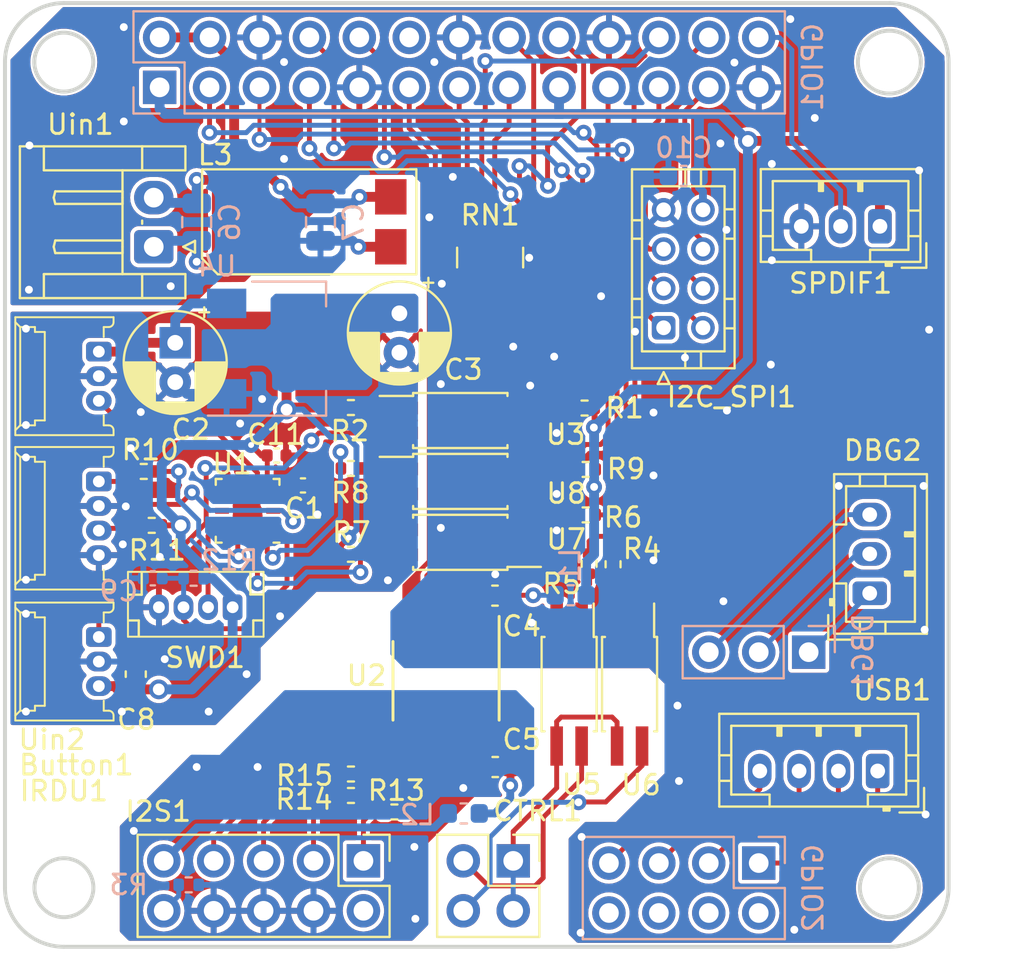
<source format=kicad_pcb>
(kicad_pcb (version 20240108) (generator "pcbnew") (generator_version "8.0")
  (layers (0 "F.Cu" signal) (31 "B.Cu" signal) (34 "B.Paste" user) (35 "F.Paste" user) (36 "B.SilkS" user "B.Silkscreen") (37 "F.SilkS" user "F.Silkscreen") (38 "B.Mask" user) (39 "F.Mask" user) (44 "Edge.Cuts" user))
  (net 0 "")
  (net 1 "Net-(U1-VCAP)")
  (net 2 "GNDD")
  (net 4 "RESET")
  (net 5 "BUTTON")
  (net 6 "VDD")
  (net 7 "RELAY_ON")
  (net 8 "LED_OUT")
  (net 9 "IRDU_IN")
  (net 11 "SWIM")
  (net 16 "POWER_OFF")
  (net 20 "POWER_EN")
  (net 23 "I2C_SDA")
  (net 24 "I2C_SCL")
  (net 25 "IR-RX")
  (net 26 "I2S_MSEL")
  (net 27 "I2S-MCLK")
  (net 28 "I2S-SDI")
  (net 29 "I2S-LRCK")
  (net 30 "I2S-SCLK")
  (net 31 "POWER_IND")
  (net 32 "SIGNAL_OFF")
  (net 33 "SPI_TXD")
  (net 34 "SPI_RXD")
  (net 35 "I2S-SDO")
  (net 36 "SPI_CLK")
  (net 37 "SPI_CS")
  (net 38 "SPDIF")
  (net 39 "Net-(U4-VI)")
  (net 40 "Net-(U2-VDD1)")
  (net 41 "OTG_5V")
  (net 42 "OTG_DM")
  (net 43 "OTG_DP")
  (net 44 "OTG_GND")
  (net 45 "+3.3V")
  (net 46 "+5VD")
  (net 47 "GND")
  (net 48 "Net-(U2-VDD2)")
  (net 49 "Net-(I2S1-Pin_10)")
  (net 50 "Net-(CTRL1-Pin_1)")
  (net 51 "/BCLK")
  (net 53 "/DATA")
  (net 54 "/LRCLK")
  (net 55 "/MCLK")
  (net 56 "/Vext")
  (net 57 "Net-(RN1-R1.1)")
  (net 58 "Net-(RN1-R2.1)")
  (net 59 "Net-(RN1-R3.1)")
  (net 60 "Net-(RN1-R4.1)")
  (net 61 "Net-(Uin1-Pin_2)")
  (net 62 "Net-(Uin1-Pin_1)")
  (net 63 "Net-(R2-Pad2)")
  (net 64 "Net-(CTRL1-Pin_3)")
  (net 65 "Net-(CTRL1-Pin_4)")
  (net 66 "I2S_MUTE")
  (net 67 "Net-(R4-Pad2)")
  (net 68 "Net-(R5-Pad2)")
  (net 69 "Net-(R6-Pad2)")
  (net 70 "Net-(R8-Pad1)")
  (net 71 "Net-(Button1-Pin_1)")
  (net 72 "Net-(GPIO2-Pin_1)")
  (net 73 "Net-(GPIO2-Pin_3)")
  (net 74 "Net-(GPIO2-Pin_5)")
  (net 75 "Net-(GPIO2-Pin_7)")
  (net 76 "Net-(DBG1-Pin_1)")
  (net 77 "Net-(DBG1-Pin_2)")
  (net 78 "Net-(DBG1-Pin_3)")
  (net 79 "/I2S_GND")
  (net 80 "Net-(U2-OUTA)")
  (net 81 "Net-(U2-OUTB)")
  (net 82 "Net-(U2-OUTC)")
  (footprint "Connector_JST:JST_PHD_B8B-PHDSS_2x04_P2.00mm_Vertical" (layer "F.Cu") (at 149.892 84.6384 90)
    (property "Reference" "I2C_SPI1")
    (property "Value" "Conn_02x04_Odd_Even" (hide yes))
  )
  (footprint "neo3-library:JST_GH_1x04_P1.25mm_Vertical" (layer "F.Cu") (at 127.9652 98.8568 180)
    (property "Reference" "SWD1")
    (property "Value" "Conn_01x04_Pin" (hide yes))
  )
  (footprint "Resistor_SMD:R_0402_1005Metric" (layer "F.Cu") (at 133.985 108.4326 180)
    (property "Reference" "R14")
    (property "Value" "75" (hide yes))
  )
  (footprint "Capacitor_SMD:C_0402_1005Metric" (layer "F.Cu") (at 130.2004 91.1352 180)
    (property "Reference" "C11")
    (property "Value" "1uF" (hide yes))
  )
  (footprint "Resistor_SMD:R_0402_1005Metric" (layer "F.Cu") (at 133.983 91.7956 180)
    (property "Reference" "R8")
    (property "Value" "1K" (hide yes))
  )
  (footprint "Package_SO:SO-4_4.4x2.3mm_P1.27mm" (layer "F.Cu") (at 145.0848 102.768 -90)
    (property "Reference" "U5")
    (property "Value" "PS2801-1" (hide yes))
  )
  (footprint "Package_SO:SO-4_4.4x2.3mm_P1.27mm" (layer "F.Cu") (at 148.1582 102.768 -90)
    (property "Reference" "U6")
    (property "Value" "PS2801-1" (hide yes))
  )
  (footprint "Resistor_SMD:R_0402_1005Metric" (layer "F.Cu") (at 123.444 91.948)
    (property "Reference" "R10")
    (property "Value" "1K" (hide yes))
  )
  (footprint "Resistor_SMD:R_0402_1005Metric" (layer "F.Cu") (at 136.1948 109.2708 180)
    (property "Reference" "R13")
    (property "Value" "75" (hide yes))
  )
  (footprint "Connector_PinHeader_2.54mm:PinHeader_2x05_P2.54mm_Vertical" (layer "F.Cu") (at 134.62 111.76 -90)
    (property "Reference" "I2S1")
    (property "Value" "Conn_02x05_Odd_Even" (hide yes))
  )
  (footprint "Resistor_SMD:R_0402_1005Metric" (layer "F.Cu") (at 145.925 91.8464 180)
    (property "Reference" "R9")
    (property "Value" "1K" (hide yes))
  )
  (footprint "Capacitor_THT:CP_Radial_D5.0mm_P2.00mm" (layer "F.Cu") (at 125.044544 85.403856 -90)
    (property "Reference" "C2")
    (property "Value" "10uF 16V" (hide yes))
  )
  (footprint "neo3-library:JST_GH_1x04_P1.25mm_Horizontal" (layer "F.Cu") (at 121.158 92.456 -90)
    (property "Reference" "Button1")
    (property "Value" "Conn_01x04_Pin" (hide yes))
  )
  (footprint "neo3-library:JST_GH_1x03_P1.25mm_Horizontal" (layer "F.Cu") (at 121.158 85.852 -90)
    (property "Reference" "Uin2")
    (property "Value" "Conn_01x03_Pin" (hide yes))
  )
  (footprint "Resistor_SMD:R_0402_1005Metric" (layer "F.Cu") (at 133.983 88.6968)
    (property "Reference" "R2")
    (property "Value" "1K" (hide yes))
  )
  (footprint "Connector_JST:JST_PH_B3B-PH-K_1x03_P2.00mm_Vertical" (layer "F.Cu") (at 160.8958 79.4766 180)
    (property "Reference" "SPDIF1")
    (property "Value" "Conn_01x03" (hide yes))
  )
  (footprint "Connector_JST:JST_EH_S2B-EH_1x02_P2.50mm_Horizontal" (layer "F.Cu") (at 123.952 80.518 90)
    (property "Reference" "Uin1")
    (property "Value" "Conn_01x02_Pin" (hide yes))
  )
  (footprint "Package_SO:SO-4_4.4x2.3mm_P1.27mm" (layer "F.Cu") (at 139.5476 95.5548 180)
    (property "Reference" "U7")
    (property "Value" "PS2801-1" (hide yes))
  )
  (footprint "Resistor_SMD:R_0402_1005Metric" (layer "F.Cu") (at 133.985 107.3404 180)
    (property "Reference" "R15")
    (property "Value" "75" (hide yes))
  )
  (footprint "Resistor_SMD:R_0402_1005Metric" (layer "F.Cu") (at 146.1008 96.645 -90)
    (property "Reference" "R5")
    (property "Value" "1K" (hide yes))
  )
  (footprint "Package_SO:SO-4_4.4x2.3mm_P1.27mm" (layer "F.Cu") (at 139.5468 89.3572)
    (property "Reference" "U3")
    (property "Value" "PS2801-1" (hide yes))
  )
  (footprint "Package_SO:SSOP-16_3.9x4.9mm_P0.635mm" (layer "F.Cu") (at 138.7983 102.5998 -90)
    (property "Reference" "U2")
    (property "Value" "NSI8241S1-DSSR" (hide yes))
  )
  (footprint "Resistor_SMD:R_0402_1005Metric" (layer "F.Cu") (at 123.8504 94.6912)
    (property "Reference" "R11")
    (property "Value" "10K" (hide yes))
  )
  (footprint "Resistor_SMD:R_0402_1005Metric" (layer "F.Cu") (at 147.32 96.6704 -90)
    (property "Reference" "R4")
    (property "Value" "1K" (hide yes))
  )
  (footprint "neo3-library:CPFC74" (layer "F.Cu") (at 131.8612 79.248)
    (property "Reference" "L3")
    (property "Value" "CPFC74" (hide yes))
  )
  (footprint "Package_SO:SO-4_4.4x2.3mm_P1.27mm" (layer "F.Cu") (at 139.548 92.456)
    (property "Reference" "U8")
    (property "Value" "PS2801-1" (hide yes))
  )
  (footprint "Capacitor_SMD:C_0603_1608Metric" (layer "F.Cu") (at 141.3256 106.9848 180)
    (property "Reference" "C5")
    (property "Value" "1uF" (hide yes))
  )
  (footprint "Capacitor_THT:CP_Radial_D5.0mm_P2.00mm" (layer "F.Cu") (at 136.4488 83.9028 -90)
    (property "Reference" "C3")
    (property "Value" "10uF 10V" (hide yes))
  )
  (footprint "Capacitor_SMD:C_0603_1608Metric" (layer "F.Cu") (at 141.3126 98.2656 180)
    (property "Reference" "C4")
    (property "Value" "1uF" (hide yes))
  )
  (footprint "Connector_JST:JST_PH_B3B-PH-K_1x03_P2.00mm_Vertical" (layer "F.Cu") (at 160.3756 98.1456 90)
    (property "Reference" "DBG2")
    (property "Value" "Conn_01x03_Pin" (hide yes))
  )
  (footprint "Capacitor_SMD:C_0402_1005Metric" (layer "F.Cu") (at 131.544 92.6592)
    (property "Reference" "C1")
    (property "Value" "1uF" (hide yes))
  )
  (footprint "Resistor_SMD:R_0402_1005Metric" (layer "F.Cu") (at 133.983 96.1644)
    (property "Reference" "R7")
    (property "Value" "1K" (hide yes))
  )
  (footprint "Resistor_SMD:R_0402_1005Metric" (layer "F.Cu") (at 145.8702 88.7222 180)
    (property "Reference" "R1")
    (property "Value" "1K" (hide yes))
  )
  (footprint "Connector_PinHeader_2.54mm:PinHeader_2x02_P2.54mm_Vertical" (layer "F.Cu") (at 142.24 111.76 -90)
    (property "Reference" "CTRL1")
    (property "Value" "Conn_02x02_Odd_Even" (hide yes))
  )
  (footprint "Resistor_SMD:R_0402_1005Metric" (layer "F.Cu") (at 145.925 94.1578 180)
    (property "Reference" "R6")
    (property "Value" "1K" (hide yes))
  )
  (footprint "Capacitor_SMD:C_0603_1608Metric" (layer "F.Cu") (at 123.0376 102.2604 90)
    (property "Reference" "C8")
    (property "Value" "1uF" (hide yes))
  )
  (footprint "Package_DFN_QFN:ST_UFQFPN-20_3x3mm_P0.5mm" (layer "F.Cu") (at 128.7272 93.95 180)
    (property "Reference" "U1")
    (property "Value" "STM8S003F3U" (hide yes))
  )
  (footprint "Resistor_SMD:R_Array_Convex_4x0603" (layer "F.Cu") (at 141.0654 81.0658 90)
    (property "Reference" "RN1")
    (property "Value" "R_Pack04" (hide yes))
  )
  (footprint "Connector_JST:JST_PH_B4B-PH-K_1x04_P2.00mm_Vertical" (layer "F.Cu") (at 160.782 107.188 180)
    (property "Reference" "USB1")
    (property "Value" "Conn_01x04_Pin" (hide yes))
  )
  (footprint "neo3-library:JST_GH_1x03_P1.25mm_Horizontal" (layer "F.Cu") (at 121.158 100.37 -90)
    (property "Reference" "IRDU1")
    (property "Value" "Conn_01x03_Pin" (hide yes))
  )
  (footprint "Package_TO_SOT_SMD:SOT-223-3_TabPin2" (layer "B.Cu") (at 130.81 85.6996)
    (property "Reference" "U4")
    (property "Value" "AMS1117-3.3" (hide yes))
  )
  (footprint "Capacitor_SMD:C_0805_2012Metric" (layer "B.Cu") (at 132.4356 79.2632 90)
    (property "Reference" "C7")
    (property "Value" "1uF" (hide yes))
  )
  (footprint "Resistor_SMD:R_0402_1005Metric" (layer "B.Cu") (at 125.73 112.9792 180)
    (property "Reference" "R3")
    (property "Value" "0" (hide yes))
  )
  (footprint "Capacitor_SMD:C_0402_1005Metric" (layer "B.Cu") (at 123.9038 97.3836)
    (property "Reference" "C9")
    (property "Value" "0.01uF" (hide yes))
  )
  (footprint "Connector_PinSocket_2.54mm:PinSocket_2x04_P2.54mm_Vertical" (layer "B.Cu") (at 154.728742 111.870989 90)
    (property "Reference" "GPIO2")
    (property "Value" "Conn_02x04_Odd_Even" (hide yes))
  )
  (footprint "Capacitor_SMD:C_0603_1608Metric" (layer "B.Cu") (at 150.9138 76.9112 180)
    (property "Reference" "C10")
    (property "Value" "1uF" (hide yes))
  )
  (footprint "Connector_PinSocket_2.54mm:PinSocket_1x03_P2.54mm_Vertical" (layer "B.Cu") (at 157.270463 101.141884 90)
    (property "Reference" "DBG1")
    (property "Value" "Conn_01x03" (hide yes))
  )
  (footprint "Inductor_SMD:L_0603_1608Metric" (layer "B.Cu") (at 145.161 98.2472 180)
    (property "Reference" "L1")
    (property "Value" "BLM0603" (hide yes))
  )
  (footprint "Resistor_SMD:R_0402_1005Metric" (layer "B.Cu") (at 125.982 97.3836)
    (property "Reference" "R12")
    (property "Value" "10K" (hide yes))
  )
  (footprint "Inductor_SMD:L_0603_1608Metric" (layer "B.Cu") (at 139.7254 109.347 180)
    (property "Reference" "L2")
    (property "Value" "BLM0603" (hide yes))
  )
  (footprint "Connector_PinSocket_2.54mm:PinSocket_2x13_P2.54mm_Vertical" (layer "B.Cu") (at 124.250735 72.4079 -90)
    (property "Reference" "GPIO1")
    (property "Value" "Conn_02x13_Odd_Even" (hide yes))
  )
  (footprint "Capacitor_SMD:C_0805_2012Metric" (layer "B.Cu") (at 126.1364 79.2632 90)
    (property "Reference" "C6")
    (property "Value" "1uF" (hide yes))
  )
  (gr_circle (center 161.375397 71.123758) (end 162.975397 71.123758) (stroke (width 0.2)) (fill none) (layer "Edge.Cuts"))
  (gr_arc (start 116.3828 71.121059) (mid 117.26148 68.999739) (end 119.3828 68.121059) (stroke (width 0.2)) (layer "Edge.Cuts"))
  (gr_arc (start 164.3888 113.130541) (mid 163.510106 115.251835) (end 161.3888 116.130541) (stroke (width 0.2)) (layer "Edge.Cuts"))
  (gr_circle (center 119.376533 71.123498) (end 120.876533 71.123498) (stroke (width 0.2)) (fill none) (layer "Edge.Cuts"))
  (gr_line (start 116.3828 113.130541) (end 116.3828 71.121059) (stroke (width 0.2)) (layer "Edge.Cuts"))
  (gr_circle (center 119.382134 113.1258) (end 120.882134 113.1258) (stroke (width 0.2)) (fill none) (layer "Edge.Cuts"))
  (gr_arc (start 119.3828 116.130541) (mid 117.261465 115.251864) (end 116.3828 113.130541) (stroke (width 0.2)) (layer "Edge.Cuts"))
  (gr_line (start 161.3888 116.130541) (end 119.3828 116.130541) (stroke (width 0.2)) (layer "Edge.Cuts"))
  (gr_line (start 164.3888 71.121059) (end 164.3888 113.130541) (stroke (width 0.2)) (layer "Edge.Cuts"))
  (gr_circle (center 161.375854 113.126633) (end 162.875854 113.126633) (stroke (width 0.2)) (fill none) (layer "Edge.Cuts"))
  (gr_arc (start 161.3888 68.121059) (mid 163.51012 68.999739) (end 164.3888 71.121059) (stroke (width 0.2)) (layer "Edge.Cuts"))
  (gr_line (start 119.3828 68.121059) (end 161.3888 68.121059) (stroke (width 0.2)) (layer "Edge.Cuts"))
  (segment (start 130.429 92.7354) (end 130.5052 92.6592) (width 0.3) (layer "F.Cu") (net 1))
  (segment (start 130.2022 92.95) (end 130.4168 92.7354) (width 0.3) (layer "F.Cu") (net 1))
  (segment (start 130.5052 92.6592) (end 131.064 92.6592) (width 0.3) (layer "F.Cu") (net 1))
  (segment (start 130.4168 92.7354) (end 130.429 92.7354) (width 0.3) (layer "F.Cu") (net 1))
  (segment (start 130.6804 91.1352) (end 131.3942 91.1352) (width 0.3) (layer "F.Cu") (net 2))
  (segment (start 132.024 91.765) (end 132.024 92.6592) (width 0.3) (layer "F.Cu") (net 2))
  (segment (start 131.3942 91.1352) (end 132.024 91.765) (width 0.3) (layer "F.Cu") (net 2))
  (via (at 129.4638 88.265) (size 0.8) (drill 0.4) (layers "F.Cu" "B.Cu") (net 2))
  (via (at 117.4496 91.2368) (size 0.8) (drill 0.4) (layers "F.Cu" "B.Cu") (net 2))
  (via (at 122.3772 95.6564) (size 0.8) (drill 0.4) (layers "F.Cu" "B.Cu") (net 2))
  (via (at 128.3462 89.5096) (size 0.8) (drill 0.4) (layers "F.Cu" "B.Cu") (net 2))
  (via (at 128.6764 102.2604) (size 0.8) (drill 0.4) (layers "F.Cu" "B.Cu") (net 2))
  (via (at 117.4496 89.5858) (size 0.8) (drill 0.4) (layers "F.Cu" "B.Cu") (net 2))
  (via (at 123.2916 88.9254) (size 0.8) (drill 0.4) (layers "F.Cu" "B.Cu") (net 2))
  (via (at 132.2832 94.1324) (size 0.8) (drill 0.4) (layers "F.Cu" "B.Cu") (net 2))
  (via (at 126.746 104.1654) (size 0.8) (drill 0.4) (layers "F.Cu" "B.Cu") (net 2))
  (via (at 122.780221 90.764228) (size 0.8) (drill 0.4) (layers "F.Cu" "B.Cu") (net 2))
  (via (at 135.8646 97.4852) (size 0.8) (drill 0.4) (layers "F.Cu" "B.Cu") (net 2))
  (via (at 122.3264 104.1654) (size 0.8) (drill 0.4) (layers "F.Cu" "B.Cu") (net 2))
  (via (at 117.4496 99.187) (size 0.8) (drill 0.4) (layers "F.Cu" "B.Cu") (net 2))
  (via (at 124.5108 101.4984) (size 0.8) (drill 0.4) (layers "F.Cu" "B.Cu") (net 2))
  (via (at 117.4496 97.4598) (size 0.8) (drill 0.4) (layers "F.Cu" "B.Cu") (net 2))
  (via (at 117.4496 84.6836) (size 0.8) (drill 0.4) (layers "F.Cu" "B.Cu") (net 2))
  (via (at 117.4496 104.1654) (size 0.8) (drill 0.4) (layers "F.Cu" "B.Cu") (net 2))
  (via (at 122.5296 93.726) (size 0.8) (drill 0.4) (layers "F.Cu" "B.Cu") (net 2))
  (via (at 124.2568 96.2914) (size 0.8) (drill 0.4) (layers "F.Cu" "B.Cu") (net 2))
  (via (at 130.3782 99.314) (size 0.8) (drill 0.4) (layers "F.Cu" "B.Cu") (net 2))
  (segment (start 127.66 87.9996) (end 125.640288 87.9996) (width 0.5) (layer "B.Cu") (net 2))
  (segment (start 125.640288 87.9996) (end 125.044544 87.403856) (width 0.5) (layer "B.Cu") (net 2))
  (segment (start 130.732542 95.480342) (end 130.732542 97.740458) (width 0.25) (layer "F.Cu") (net 4))
  (segment (start 128.524 99.949) (end 125.912489 99.949) (width 0.25) (layer "F.Cu") (net 4))
  (segment (start 130.2022 94.95) (end 130.732542 95.480342) (width 0.25) (layer "F.Cu") (net 4))
  (segment (start 130.732542 97.740458) (end 128.524 99.949) (width 0.25) (layer "F.Cu") (net 4))
  (segment (start 125.4652 99.501711) (end 125.4652 98.8568) (width 0.25) (layer "F.Cu") (net 4))
  (segment (start 125.912489 99.949) (end 125.4652 99.501711) (width 0.25) (layer "F.Cu") (net 4))
  (segment (start 125.472 97.3836) (end 125.472 98.85) (width 0.25) (layer "B.Cu") (net 4))
  (segment (start 125.472 98.85) (end 125.4652 98.8568) (width 0.25) (layer "B.Cu") (net 4))
  (segment (start 124.3838 97.3836) (end 125.472 97.3836) (width 0.25) (layer "B.Cu") (net 4))
  (segment (start 123.3384 94.6932) (end 122.934 94.6932) (width 0.25) (layer "F.Cu") (net 5))
  (segment (start 121.2704 94.8436) (end 121.158 94.956) (width 0.25) (layer "F.Cu") (net 5))
  (segment (start 125.8945 93.0148) (end 125.2849 93.6244) (width 0.25) (layer "F.Cu") (net 5))
  (segment (start 131.0386 94.488) (end 130.5006 93.95) (width 0.25) (layer "F.Cu") (net 5))
  (segment (start 123.698 93.6244) (end 123.3404 93.982) (width 0.25) (layer "F.Cu") (net 5))
  (segment (start 123.3404 93.982) (end 123.3404 94.6912) (width 0.25) (layer "F.Cu") (net 5))
  (segment (start 122.7836 94.8436) (end 121.2704 94.8436) (width 0.25) (layer "F.Cu") (net 5))
  (segment (start 122.934 94.6932) (end 122.7836 94.8436) (width 0.25) (layer "F.Cu") (net 5))
  (segment (start 130.5006 93.95) (end 130.0272 93.95) (width 0.25) (layer "F.Cu") (net 5))
  (segment (start 125.2849 93.6244) (end 123.698 93.6244) (width 0.25) (layer "F.Cu") (net 5))
  (segment (start 123.3404 94.6912) (end 123.3384 94.6932) (width 0.25) (layer "F.Cu") (net 5))
  (via (at 125.8945 93.0148) (size 0.8) (drill 0.4) (layers "F.Cu" "B.Cu") (net 5))
  (via (at 131.0386 94.488) (size 0.8) (drill 0.4) (layers "F.Cu" "B.Cu") (net 5))
  (segment (start 125.8945 93.0148) (end 126.8089 93.9292) (width 0.25) (layer "B.Cu") (net 5))
  (segment (start 130.4798 93.9292) (end 131.0386 94.488) (width 0.25) (layer "B.Cu") (net 5))
  (segment (start 126.8089 93.9292) (end 130.4798 93.9292) (width 0.25) (layer "B.Cu") (net 5))
  (segment (start 121.158 102.87) (end 121.9454 102.87) (width 0.5) (layer "F.Cu") (net 6))
  (segment (start 133.473 95.7112) (end 133.473 96.1644) (width 0.3) (layer "F.Cu") (net 6))
  (segment (start 129.7178 91.1326) (end 129.7204 91.1352) (width 0.5) (layer "F.Cu") (net 6))
  (segment (start 136.4488 83.9028) (end 131.4892 83.9028) (width 0.5) (layer "F.Cu") (net 6))
  (segment (start 133.473 88.6968) (end 130.81 88.6968) (width 0.5) (layer "F.Cu") (net 6))
  (segment (start 122.1108 103.0354) (end 123.0376 103.0354) (width 0.5) (layer "F.Cu") (net 6))
  (segment (start 124.206 103.0354) (end 123.0376 103.0354) (width 0.5) (layer "F.Cu") (net 6))
  (segment (start 129.7272 92.475) (end 129.7272 91.142) (width 0.25) (layer "F.Cu") (net 6))
  (segment (start 129.4384 91.1352) (end 128.905 90.6018) (width 0.3) (layer "F.Cu") (net 6))
  (segment (start 125.3236 94.6912) (end 124.3604 94.6912) (width 0.3) (layer "F.Cu") (net 6))
  (segment (start 129.7204 91.1352) (end 129.4384 91.1352) (width 0.3) (layer "F.Cu") (net 6))
  (segment (start 133.8707 95.3135) (end 133.473 95.7112) (width 0.3) (layer "F.Cu") (net 6))
  (segment (start 130.81 88.6968) (end 130.7084 88.7984) (width 0.5) (layer "F.Cu") (net 6))
  (segment (start 129.7272 91.142) (end 129.7204 91.1352) (width 0.25) (layer "F.Cu") (net 6))
  (segment (start 130.7084 84.6836) (end 130.7084 88.7984) (width 0.5) (layer "F.Cu") (net 6))
  (segment (start 121.9454 102.87) (end 122.1108 103.0354) (width 0.5) (layer "F.Cu") (net 6))
  (segment (start 131.4892 83.9028) (end 130.7084 84.6836) (width 0.5) (layer "F.Cu") (net 6))
  (via (at 130.7084 88.7984) (size 1) (drill 0.6) (layers "F.Cu" "B.Cu") (net 6))
  (via (at 125.3236 94.6912) (size 1) (drill 0.6) (layers "F.Cu" "B.Cu") (net 6))
  (via (at 124.206 103.0354) (size 1) (drill 0.6) (layers "F.Cu" "B.Cu") (net 6))
  (via (at 133.8707 95.3135) (size 0.8) (drill 0.3) (layers "F.Cu" "B.Cu") (net 6))
  (via (at 128.905 90.6018) (size 0.8) (drill 0.3) (layers "F.Cu" "B.Cu") (net 6))
  (segment (start 134.062 86.741) (end 134.062 86.283) (width 0.5) (layer "B.Cu") (net 6))
  (segment (start 124.3584 91.5924) (end 125.349 90.6018) (width 0.5) (layer "B.Cu") (net 6))
  (segment (start 132.9436 90.1954) (end 133.7818 90.1954) (width 0.3) (layer "B.Cu") (net 6))
  (segment (start 130.7084 88.7984) (end 131.5466 88.7984) (width 0.3) (layer "B.Cu") (net 6))
  (segment (start 125.349 90.6018) (end 128.905 90.6018) (width 0.5) (layer "B.Cu") (net 6))
  (segment (start 126.9492 97.3836) (end 127.9652 98.3996) (width 0.5) (layer "B.Cu") (net 6))
  (segment (start 133.7818 90.1954) (end 134.2644 90.678) (width 0.3) (layer "B.Cu") (net 6))
  (segment (start 130.7084 88.7984) (end 128.905 90.6018) (width 0.5) (layer "B.Cu") (net 6))
  (segment (start 125.3236 94.6912) (end 125.3236 95.690081) (width 0.5) (layer "B.Cu") (net 6))
  (segment (start 134.2644 90.678) (end 134.2644 94.9198) (width 0.3) (layer "B.Cu") (net 6))
  (segment (start 124.3584 93.726) (end 124.3584 91.5924) (width 0.5) (layer "B.Cu") (net 6))
  (segment (start 125.3236 95.690081) (end 126.492 96.858481) (width 0.5) (layer "B.Cu") (net 6))
  (segment (start 125.8948 103.0354) (end 127.9652 100.965) (width 0.5) (layer "B.Cu") (net 6))
  (segment (start 127.9652 98.3996) (end 127.9652 98.8568) (width 0.5) (layer "B.Cu") (net 6))
  (segment (start 125.3236 94.6912) (end 124.3584 93.726) (width 0.5) (layer "B.Cu") (net 6))
  (segment (start 134.2644 94.9198) (end 133.8707 95.3135) (width 0.3) (layer "B.Cu") (net 6))
  (segment (start 126.492 97.3836) (end 126.9492 97.3836) (width 0.5) (layer "B.Cu") (net 6))
  (segment (start 127.9652 100.965) (end 127.9652 98.8568) (width 0.5) (layer "B.Cu") (net 6))
  (segment (start 126.492 96.858481) (end 126.492 97.3836) (width 0.5) (layer "B.Cu") (net 6))
  (segment (start 124.206 103.0354) (end 125.8948 103.0354) (width 0.5) (layer "B.Cu") (net 6))
  (segment (start 131.5466 88.7984) (end 132.9436 90.1954) (width 0.3) (layer "B.Cu") (net 6))
  (segment (start 127.254 90.043) (end 122.849 90.043) (width 0.25) (layer "F.Cu") (net 7))
  (segment (start 129.2272 92.65) (end 129.2272 92.0162) (width 0.25) (layer "F.Cu") (net 7))
  (segment (start 122.849 90.043) (end 121.158 88.352) (width 0.25) (layer "F.Cu") (net 7))
  (segment (start 129.2272 92.0162) (end 127.254 90.043) (width 0.25) (layer "F.Cu") (net 7))
  (segment (start 128.27 96.266) (end 128.2272 96.2232) (width 0.25) (layer "F.Cu") (net 8))
  (segment (start 128.2272 96.2232) (end 128.2272 95.25) (width 0.25) (layer "F.Cu") (net 8))
  (segment (start 125.222 91.948) (end 123.954 91.948) (width 0.25) (layer "F.Cu") (net 8))
  (via (at 128.27 96.266) (size 0.8) (drill 0.4) (layers "F.Cu" "B.Cu") (net 8))
  (via (at 125.222 91.948) (size 0.8) (drill 0.4) (layers "F.Cu" "B.Cu") (net 8))
  (segment (start 126.238 94.438873) (end 125.1695 93.370373) (width 0.25) (layer "B.Cu") (net 8))
  (segment (start 125.1695 92.714495) (end 125.222 92.661995) (width 0.25) (layer "B.Cu") (net 8))
  (segment (start 125.222 92.661995) (end 125.222 91.948) (width 0.25) (layer "B.Cu") (net 8))
  (segment (start 128.27 96.266) (end 127.3048 96.266) (width 0.25) (layer "B.Cu") (net 8))
  (segment (start 125.1695 93.370373) (end 125.1695 92.714495) (width 0.25) (layer "B.Cu") (net 8))
  (segment (start 126.238 95.1992) (end 126.238 94.438873) (width 0.25) (layer "B.Cu") (net 8))
  (segment (start 127.3048 96.266) (end 126.238 95.1992) (width 0.25) (layer "B.Cu") (net 8))
  (segment (start 126.619 94.562527) (end 125.615127 95.5664) (width 0.25) (layer "F.Cu") (net 9))
  (segment (start 126.5682 91.7702) (end 127.4318 91.7702) (width 0.25) (layer "F.Cu") (net 9))
  (segment (start 136.3968 89.9922) (end 132.3594 89.9922) (width 0.25) (layer "F.Cu") (net 9))
  (segment (start 125.615127 95.5664) (end 123.5594 95.5664) (width 0.25) (layer "F.Cu") (net 9))
  (segment (start 121.158 97.9678) (end 121.158 100.37) (width 0.25) (layer "F.Cu") (net 9))
  (segment (start 127.4318 91.7702) (end 127.7272 92.0656) (width 0.25) (layer "F.Cu") (net 9))
  (segment (start 132.3594 89.9922) (end 131.9784 90.3732) (width 0.25) (layer "F.Cu") (net 9))
  (segment (start 127.7272 92.0656) (end 127.7272 92.475) (width 0.25) (layer "F.Cu") (net 9))
  (segment (start 126.5682 91.7702) (end 126.619 91.821) (width 0.25) (layer "F.Cu") (net 9))
  (segment (start 126.619 91.821) (end 126.619 94.562527) (width 0.25) (layer "F.Cu") (net 9))
  (segment (start 123.5594 95.5664) (end 121.158 97.9678) (width 0.25) (layer "F.Cu") (net 9))
  (via (at 126.5682 91.7702) (size 0.8) (drill 0.4) (layers "F.Cu" "B.Cu") (net 9))
  (via (at 131.9784 90.3732) (size 0.8) (drill 0.4) (layers "F.Cu" "B.Cu") (net 9))
  (segment (start 130.5814 91.7702) (end 126.5682 91.7702) (width 0.25) (layer "B.Cu") (net 9))
  (segment (start 131.9784 90.3732) (end 130.5814 91.7702) (width 0.25) (layer "B.Cu") (net 9))
  (segment (start 126.9952 94.95) (end 126.7152 95.23) (width 0.25) (layer "F.Cu") (net 11))
  (segment (start 126.7152 95.23) (end 126.7152 98.8568) (width 0.25) (layer "F.Cu") (net 11))
  (segment (start 127.2522 94.95) (end 126.9952 94.95) (width 0.25) (layer "F.Cu") (net 11))
  (segment (start 129.2352 97.6376) (end 129.2272 97.6296) (width 0.25) (layer "F.Cu") (net 16))
  (segment (start 134.4676 96.1898) (end 134.493 96.1644) (width 0.25) (layer "F.Cu") (net 16))
  (segment (start 129.2272 97.6296) (end 129.2272 95.25) (width 0.25) (layer "F.Cu") (net 16))
  (segment (start 134.4676 97.0788) (end 134.4676 96.1898) (width 0.25) (layer "F.Cu") (net 16))
  (segment (start 134.5184 96.1898) (end 136.3976 96.1898) (width 0.25) (layer "F.Cu") (net 16))
  (segment (start 134.493 96.1644) (end 134.5184 96.1898) (width 0.25) (layer "F.Cu") (net 16))
  (via (at 129.2352 97.6376) (size 0.8) (drill 0.4) (layers "F.Cu" "B.Cu") (net 16))
  (via (at 134.4676 97.0788) (size 0.8) (drill 0.4) (layers "F.Cu" "B.Cu") (net 16))
  (segment (start 131.1656 97.6376) (end 131.735424 97.067776) (width 0.25) (layer "B.Cu") (net 16))
  (segment (start 131.735424 97.067776) (end 134.456576 97.067776) (width 0.25) (layer "B.Cu") (net 16))
  (segment (start 134.456576 97.067776) (end 134.4676 97.0788) (width 0.25) (layer "B.Cu") (net 16))
  (segment (start 129.2352 97.6376) (end 131.1656 97.6376) (width 0.25) (layer "B.Cu") (net 16))
  (segment (start 129.7272 96.062434) (end 130.007542 96.342776) (width 0.25) (layer "F.Cu") (net 20))
  (segment (start 129.7272 95.425) (end 129.7272 96.062434) (width 0.25) (layer "F.Cu") (net 20))
  (segment (start 133.4516 90.9574) (end 133.4516 91.5122) (width 0.25) (layer "F.Cu") (net 20))
  (via (at 130.007542 96.342776) (size 0.8) (drill 0.4) (layers "F.Cu" "B.Cu") (net 20))
  (via (at 133.4516 90.9574) (size 0.8) (drill 0.4) (layers "F.Cu" "B.Cu") (net 20))
  (segment (start 133.4516 90.9574) (end 133.4516 94.2848) (width 0.25) (layer "B.Cu") (net 20))
  (segment (start 133.4516 94.2848) (end 131.7752 95.9612) (width 0.25) (layer "B.Cu") (net 20))
  (segment (start 131.7752 95.9612) (end 130.389118 95.9612) (width 0.25) (layer "B.Cu") (net 20))
  (segment (start 130.389118 95.9612) (end 130.007542 96.342776) (width 0.25) (layer "B.Cu") (net 20))
  (segment (start 146.4956 75.3877) (end 146.4956 81.371396) (width 0.25) (layer "F.Cu") (net 23))
  (segment (start 126.790735 74.7127) (end 126.790735 72.4079) (width 0.25) (layer "F.Cu") (net 23))
  (segment (start 145.8214 74.7135) (end 146.4956 75.3877) (width 0.25) (layer "F.Cu") (net 23))
  (segment (start 149.762604 84.6384) (end 149.892 84.6384) (width 0.25) (layer "F.Cu") (net 23))
  (segment (start 146.4956 81.371396) (end 149.762604 84.6384) (width 0.25) (layer "F.Cu") (net 23))
  (via (at 145.8214 74.7135) (size 0.8) (drill 0.4) (layers "F.Cu" "B.Cu") (net 23))
  (via (at 126.790735 74.7127) (size 0.8) (drill 0.4) (layers "F.Cu" "B.Cu") (net 23))
  (segment (start 145.8214 74.7135) (end 145.3255 74.7135) (width 0.25) (layer "B.Cu") (net 23))
  (segment (start 129.035995 74.3366) (end 128.659895 74.7127) (width 0.25) (layer "B.Cu") (net 23))
  (segment (start 144.9486 74.3366) (end 129.035995 74.3366) (width 0.25) (layer "B.Cu") (net 23))
  (segment (start 128.659895 74.7127) (end 126.790735 74.7127) (width 0.25) (layer "B.Cu") (net 23))
  (segment (start 145.3255 74.7135) (end 144.9486 74.3366) (width 0.25) (layer "B.Cu") (net 23))
  (segment (start 129.330735 75.055035) (end 129.330735 72.4079) (width 0.2) (layer "F.Cu") (net 24))
  (segment (start 129.3368 75.0611) (end 129.330735 75.055035) (width 0.2) (layer "F.Cu") (net 24))
  (segment (start 147.7772 80.5236) (end 149.892 82.6384) (width 0.25) (layer "F.Cu") (net 24))
  (segment (start 147.7772 75.6037) (end 147.7772 80.5236) (width 0.25) (layer "F.Cu") (net 24))
  (segment (start 147.7905 75.5904) (end 147.7772 75.6037) (width 0.25) (layer "F.Cu") (net 24))
  (via (at 147.7905 75.5904) (size 0.8) (drill 0.4) (layers "F.Cu" "B.Cu") (net 24))
  (via (at 129.3368 75.0611) (size 0.8) (drill 0.4) (layers "F.Cu" "B.Cu") (net 24))
  (segment (start 145.492596 75.5904) (end 144.688796 74.7866) (width 0.25) (layer "B.Cu") (net 24))
  (segment (start 147.7905 75.5904) (end 145.492596 75.5904) (width 0.25) (layer "B.Cu") (net 24))
  (segment (start 144.688796 74.7866) (end 131.5122 74.7866) (width 0.25) (layer "B.Cu") (net 24))
  (segment (start 131.5122 74.7866) (end 131.2377 75.0611) (width 0.25) (layer "B.Cu") (net 24))
  (segment (start 131.2377 75.0611) (end 129.3368 75.0611) (width 0.25) (layer "B.Cu") (net 24))
  (segment (start 145.3602 85.701184) (end 145.3602 88.7222) (width 0.25) (layer "F.Cu") (net 25))
  (segment (start 142.098904 77.839696) (end 143.9308 79.671592) (width 0.25) (layer "F.Cu") (net 25))
  (segment (start 131.870735 75.5111) (end 131.870735 72.4079) (width 0.25) (layer "F.Cu") (net 25))
  (segment (start 143.9308 84.271784) (end 145.3602 85.701184) (width 0.25) (layer "F.Cu") (net 25))
  (segment (start 143.9308 79.671592) (end 143.9308 84.271784) (width 0.25) (layer "F.Cu") (net 25))
  (segment (start 145.3602 88.7222) (end 142.6968 88.7222) (width 0.25) (layer "F.Cu") (net 25))
  (via (at 131.870735 75.5111) (size 0.8) (drill 0.4) (layers "F.Cu" "B.Cu") (net 25))
  (via (at 142.098904 77.839696) (size 0.8) (drill 0.4) (layers "F.Cu" "B.Cu") (net 25))
  (segment (start 140.395808 76.1366) (end 136.843796 76.1366) (width 0.25) (layer "B.Cu") (net 25))
  (segment (start 142.098904 77.839696) (end 140.395808 76.1366) (width 0.25) (layer "B.Cu") (net 25))
  (segment (start 132.635835 76.2762) (end 131.870735 75.5111) (width 0.25) (layer "B.Cu") (net 25))
  (segment (start 134.976595 76.2762) (end 132.635835 76.2762) (width 0.25) (layer "B.Cu") (net 25))
  (segment (start 136.294296 76.6861) (end 135.386495 76.6861) (width 0.25) (layer "B.Cu") (net 25))
  (segment (start 135.386495 76.6861) (end 134.976595 76.2762) (width 0.25) (layer "B.Cu") (net 25))
  (segment (start 136.843796 76.1366) (end 136.294296 76.6861) (width 0.25) (layer "B.Cu") (net 25))
  (segment (start 146.1008 95.504) (end 146.1008 96.135) (width 0.25) (layer "F.Cu") (net 26))
  (segment (start 147.9804 94.9198) (end 147.6502 95.25) (width 0.25) (layer "F.Cu") (net 26))
  (segment (start 144.711932 76.622631) (end 145.3206 77.231299) (width 0.25) (layer "F.Cu") (net 26))
  (segment (start 147.6502 95.25) (end 146.3548 95.25) (width 0.25) (layer "F.Cu") (net 26))
  (segment (start 146.3548 95.25) (end 146.1008 95.504) (width 0.25) (layer "F.Cu") (net 26))
  (segment (start 145.3206 83.752396) (end 147.9804 86.412196) (width 0.25) (layer "F.Cu") (net 26))
  (segment (start 135.6868 71.143965) (end 134.410735 69.8679) (width 0.25) (layer "F.Cu") (net 26))
  (segment (start 135.6868 75.9611) (end 135.6868 71.143965) (width 0.25) (layer "F.Cu") (net 26))
  (segment (start 145.3206 77.231299) (end 145.3206 83.752396) (width 0.25) (layer "F.Cu") (net 26))
  (segment (start 147.9804 86.412196) (end 147.9804 94.9198) (width 0.25) (layer "F.Cu") (net 26))
  (via (at 144.711932 76.622631) (size 0.8) (drill 0.4) (layers "F.Cu" "B.Cu") (net 26))
  (via (at 135.6868 75.9611) (size 0.8) (drill 0.4) (layers "F.Cu" "B.Cu") (net 26))
  (segment (start 143.775901 75.6866) (end 144.711932 76.622631) (width 0.25) (layer "B.Cu") (net 26))
  (segment (start 136.3829 75.9611) (end 136.6574 75.6866) (width 0.25) (layer "B.Cu") (net 26))
  (segment (start 136.6574 75.6866) (end 143.775901 75.6866) (width 0.25) (layer "B.Cu") (net 26))
  (segment (start 135.6868 75.9611) (end 136.3829 75.9611) (width 0.25) (layer "B.Cu") (net 26))
  (segment (start 139.8654 79.5658) (end 138.2776 77.978) (width 0.25) (layer "F.Cu") (net 27))
  (segment (start 139.8654 80.1658) (end 139.8654 79.5658) (width 0.25) (layer "F.Cu") (net 27))
  (segment (start 138.2776 75.819) (end 136.950735 74.492135) (width 0.25) (layer "F.Cu") (net 27))
  (segment (start 138.2776 77.978) (end 138.2776 75.819) (width 0.25) (layer "F.Cu") (net 27))
  (segment (start 136.950735 74.492135) (end 136.950735 72.4079) (width 0.25) (layer "F.Cu") (net 27))
  (segment (start 140.6654 80.1658) (end 140.6654 79.5276) (width 0.25) (layer "F.Cu") (net 29))
  (segment (start 140.6654 79.5276) (end 139.9032 78.7654) (width 0.25) (layer "F.Cu") (net 29))
  (segment (start 139.9032 78.7654) (end 139.9032 74.1934) (width 0.25) (layer "F.Cu") (net 29))
  (segment (start 139.490735 73.780935) (end 139.490735 72.4079) (width 0.25) (layer "F.Cu") (net 29))
  (segment (start 139.9032 74.1934) (end 139.490735 73.780935) (width 0.25) (layer "F.Cu") (net 29))
  (segment (start 142.2654 79.4766) (end 141.3002 78.5114) (width 0.25) (layer "F.Cu") (net 30))
  (segment (start 141.3002 78.5114) (end 141.3002 75.1078) (width 0.25) (layer "F.Cu") (net 30))
  (segment (start 142.2654 80.1658) (end 142.2654 79.4766) (width 0.25) (layer "F.Cu") (net 30))
  (segment (start 142.030735 74.365135) (end 142.030735 72.4079) (width 0.25) (layer "F.Cu") (net 30))
  (segment (start 142.0368 74.3712) (end 142.030735 74.365135) (width 0.25) (layer "F.Cu") (net 30))
  (segment (start 141.3002 75.1078) (end 142.0368 74.3712) (width 0.25) (layer "F.Cu") (net 30))
  (segment (start 147.193 94.1578) (end 147.5232 93.8276) (width 0.25) (layer "F.Cu") (net 31))
  (segment (start 147.5232 93.8276) (end 147.5232 86.591392) (width 0.25) (layer "F.Cu") (net 31))
  (segment (start 147.5232 86.591392) (end 144.8308 83.898992) (width 0.25) (layer "F.Cu") (net 31))
  (segment (start 144.8308 79.2988) (end 143.2814 77.7494) (width 0.25) (layer "F.Cu") (net 31))
  (segment (start 143.2814 71.118565) (end 142.030735 69.8679) (width 0.25) (layer "F.Cu") (net 31))
  (segment (start 143.2814 77.7494) (end 143.2814 71.118565) (width 0.25) (layer "F.Cu") (net 31))
  (segment (start 146.435 94.1578) (end 147.193 94.1578) (width 0.25) (layer "F.Cu") (net 31))
  (segment (start 144.8308 83.898992) (end 144.8308 79.2988) (width 0.25) (layer "F.Cu") (net 31))
  (segment (start 145.3896 91.821) (end 145.415 91.8464) (width 0.25) (layer "F.Cu") (net 32))
  (segment (start 143.986932 77.400232) (end 143.986932 75.418268) (width 0.25) (layer "F.Cu") (net 32))
  (segment (start 142.8314 77.3889) (end 142.8314 77.935796) (width 0.25) (layer "F.Cu") (net 32))
  (segment (start 145.8214 73.5838) (end 145.8214 71.118565) (width 0.25) (layer "F.Cu") (net 32))
  (segment (start 146.685 90.5764) (end 145.923 90.5764) (width 0.25) (layer "F.Cu") (net 32))
  (segment (start 142.5569 76.4111) (end 142.5569 77.1144) (width 0.25) (layer "F.Cu") (net 32))
  (segment (start 144.0059 77.4192) (end 143.986932 77.400232) (width 0.25) (layer "F.Cu") (net 32))
  (segment (start 145.415 91.0844) (end 145.415 91.8464) (width 0.25) (layer "F.Cu") (net 32))
  (segment (start 143.986932 75.418268) (end 145.8214 73.5838) (width 0.25) (layer "F.Cu") (net 32))
  (segment (start 144.3808 84.085388) (end 147.066 86.770588) (width 0.25) (layer "F.Cu") (net 32))
  (segment (start 147.066 90.1954) (end 146.685 90.5764) (width 0.25) (layer "F.Cu") (net 32))
  (segment (start 142.698 91.821) (end 145.3896 91.821) (width 0.25) (layer "F.Cu") (net 32))
  (segment (start 142.8314 77.935796) (end 144.3808 79.485196) (width 0.25) (layer "F.Cu") (net 32))
  (segment (start 145.8214 71.118565) (end 144.570735 69.8679) (width 0.25) (layer "F.Cu") (net 32))
  (segment (start 144.3808 79.485196) (end 144.3808 84.085388) (width 0.25) (layer "F.Cu") (net 32))
  (segment (start 145.923 90.5764) (end 145.415 91.0844) (width 0.25) (layer "F.Cu") (net 32))
  (segment (start 147.066 86.770588) (end 147.066 90.1954) (width 0.25) (layer "F.Cu") (net 32))
  (segment (start 142.5569 77.1144) (end 142.8314 77.3889) (width 0.25) (layer "F.Cu") (net 32))
  (via (at 144.0059 77.4192) (size 0.8) (drill 0.4) (layers "F.Cu" "B.Cu") (net 32))
  (via (at 142.5569 76.4111) (size 0.8) (drill 0.4) (layers "F.Cu" "B.Cu") (net 32))
  (segment (start 143.0528 76.4032) (end 142.5648 76.4032) (width 0.25) (layer "B.Cu") (net 32))
  (segment (start 144.0059 77.3563) (end 143.0528 76.4032) (width 0.25) (layer "B.Cu") (net 32))
  (segment (start 142.5648 76.4032) (end 142.5569 76.4111) (width 0.25) (layer "B.Cu") (net 32))
  (segment (start 144.0059 77.4192) (end 144.0059 77.3563) (width 0.25) (layer "B.Cu") (net 32))
  (segment (start 150.8704 83.6168) (end 149.3774 83.6168) (width 0.25) (layer "F.Cu") (net 33))
  (segment (start 151.892 84.6384) (end 150.8704 83.6168) (width 0.25) (layer "F.Cu") (net 33))
  (segment (start 147.0655 72.453135) (end 147.110735 72.4079) (width 0.25) (layer "F.Cu") (net 33))
  (segment (start 149.3774 83.6168) (end 147.0655 81.3049) (width 0.25) (layer "F.Cu") (net 33))
  (segment (start 147.0655 81.3049) (end 147.0655 72.453135) (width 0.25) (layer "F.Cu") (net 33))
  (segment (start 150.4696 79.6544) (end 149.5044 79.6544) (width 0.25) (layer "F.Cu") (net 34))
  (segment (start 148.9655 74.7577) (end 149.650735 74.072465) (width 0.25) (layer "F.Cu") (net 34))
  (segment (start 149.5044 79.6544) (end 148.9655 79.1155) (width 0.25) (layer "F.Cu") (net 34))
  (segment (start 150.876 81.6224) (end 150.876 80.0608) (width 0.25) (layer "F.Cu") (net 34))
  (segment (start 149.650735 74.072465) (end 149.650735 72.4079) (width 0.25) (layer "F.Cu") (net 34))
  (segment (start 151.892 82.6384) (end 150.876 81.6224) (width 0.25) (layer "F.Cu") (net 34))
  (segment (start 148.9655 79.1155) (end 148.9655 74.7577) (width 0.25) (layer "F.Cu") (net 34))
  (segment (start 150.876 80.0608) (end 150.4696 79.6544) (width 0.25) (layer "F.Cu") (net 34))
  (segment (start 141.4654 79.5402) (end 140.6398 78.7146) (width 0.25) (layer "F.Cu") (net 35))
  (segment (start 141.4654 80.1658) (end 141.4654 79.5402) (width 0.25) (layer "F.Cu") (net 35))
  (segment (start 140.8176 74.1172) (end 140.8176 71.0692) (width 0.25) (layer "F.Cu") (net 35))
  (segment (start 140.6398 74.295) (end 140.8176 74.1172) (width 0.25) (layer "F.Cu") (net 35))
  (segment (start 140.6398 78.7146) (end 140.6398 74.295) (width 0.25) (layer "F.Cu") (net 35))
  (via (at 140.8176 71.0692) (size 0.8) (drill 0.4) (layers "F.Cu" "B.Cu") (net 35))
  (segment (start 148.449435 71.0692) (end 140.8176 71.0692) (width 0.25) (layer "B.Cu") (net 35))
  (segment (start 149.650735 69.8679) (end 148.449435 71.0692) (width 0.25) (layer "B.Cu") (net 35))
  (segment (start 150.967 73.631635) (end 152.190735 72.4079) (width 0.25) (layer "F.Cu") (net 36))
  (segment (start 151.892 80.2386) (end 150.967 79.3136) (width 0.25) (layer "F.Cu") (net 36))
  (segment (start 150.967 79.3136) (end 150.967 73.631635) (width 0.25) (layer "F.Cu") (net 36))
  (segment (start 151.892 80.6384) (end 151.892 80.2386) (width 0.25) (layer "F.Cu") (net 36))
  (segment (start 149.1488 71.1962) (end 150.862435 71.1962) (width 0.25) (layer "F.Cu") (net 37))
  (segment (start 148.5155 79.9863) (end 148.5155 75.290095) (width 0.25) (layer "F.Cu") (net 37))
  (segment (start 149.892 80.6384) (end 149.1676 80.6384) (width 0.25) (layer "F.Cu") (net 37))
  (segment (start 150.862435 71.1962) (end 152.190735 69.8679) (width 0.25) (layer "F.Cu") (net 37))
  (segment (start 149.1676 80.6384) (end 148.5155 79.9863) (width 0.25) (layer "F.Cu") (net 37))
  (segment (start 148.5155 75.290095) (end 148.3868 75.161395) (width 0.25) (layer "F.Cu") (net 37))
  (segment (start 148.3868 75.161395) (end 148.3868 71.9582) (width 0.25) (layer "F.Cu") (net 37))
  (segment (start 148.3868 71.9582) (end 149.1488 71.1962) (width 0.25) (layer "F.Cu") (net 37))
  (segment (start 154.730735 69.8679) (end 155.7707 69.8679) (width 0.25) (layer "B.Cu") (net 38))
  (segment (start 158.8958 77.6666) (end 158.8958 79.4766) (width 0.25) (layer "B.Cu") (net 38))
  (segment (start 156.4132 75.184) (end 158.8958 77.6666) (width 0.25) (layer "B.Cu") (net 38))
  (segment (start 156.4132 70.5104) (end 156.4132 75.184) (width 0.25) (layer "B.Cu") (net 38))
  (segment (start 155.7707 69.8679) (end 156.4132 70.5104) (width 0.25) (layer "B.Cu") (net 38))
  (segment (start 121.158 85.852) (end 122.809 85.852) (width 0.5) (layer "F.Cu") (net 39))
  (segment (start 122.809 85.852) (end 123.257144 85.403856) (width 0.5) (layer "F.Cu") (net 39))
  (segment (start 123.257144 85.403856) (end 125.044544 85.403856) (width 0.5) (layer "F.Cu") (net 39))
  (segment (start 125.8456 83.3996) (end 125.044544 84.200656) (width 0.5) (layer "B.Cu") (net 39))
  (segment (start 125.044544 84.200656) (end 125.044544 85.403856) (width 0.5) (layer "B.Cu") (net 39))
  (segment (start 127.66 83.3996) (end 125.8456 83.3996) (width 0.5) (layer "B.Cu") (net 39))
  (segment (start 142.0876 99.5934) (end 141.6812 99.9998) (width 0.3) (layer "F.Cu") (net 40))
  (segment (start 142.0876 98.2656) (end 142.0876 99.5934) (width 0.3) (layer "F.Cu") (net 40))
  (segment (start 143.256 98.2472) (end 142.106 98.2472) (width 0.25) (layer "F.Cu") (net 40))
  (segment (start 141.6812 99.9998) (end 141.0208 99.9998) (width 0.3) (layer "F.Cu") (net 40))
  (segment (start 142.106 98.2472) (end 142.0876 98.2656) (width 0.25) (layer "F.Cu") (net 40))
  (via (at 143.256 98.2472) (size 0.8) (drill 0.4) (layers "F.Cu" "B.Cu") (net 40))
  (segment (start 144.3735 98.2472) (end 143.256 98.2472) (width 0.25) (layer "B.Cu") (net 40))
  (segment (start 146.435 92.6552) (end 146.435 91.8464) (width 0.3) (layer "F.Cu") (net 45))
  (segment (start 160.8958 77.406) (end 160.8958 79.4766) (width 0.5) (layer "F.Cu") (net 45))
  (segment (start 146.3415 89.7128) (end 146.3802 89.6741) (width 0.3) (layer "F.Cu") (net 45))
  (segment (start 158.623 75.1332) (end 160.8958 77.406) (width 0.5) (layer "F.Cu") (net 45))
  (segment (start 154.178 75.1332) (end 158.623 75.1332) (width 0.5) (layer "F.Cu") (net 45))
  (segment (start 146.3548 92.7354) (end 146.435 92.6552) (width 0.3) (layer "F.Cu") (net 45))
  (segment (start 146.3802 89.6741) (end 146.3802 88.7222) (width 0.3) (layer "F.Cu") (net 45))
  (via (at 154.178 75.1332) (size 1) (drill 0.6) (layers "F.Cu" "B.Cu") (net 45))
  (via (at 146.3548 92.7354) (size 0.8) (drill 0.4) (layers "F.Cu" "B.Cu") (net 45))
  (via (at 146.3415 89.7128) (size 0.8) (drill 0.4) (layers "F.Cu" "B.Cu") (net 45))
  (segment (start 124.5108 73.7616) (end 144.7292 73.7616) (width 0.5) (layer "B.Cu") (net 45))
  (segment (start 146.3548 92.7354) (end 146.3548 89.7261) (width 0.5) (layer "B.Cu") (net 45))
  (segment (start 154.178 86.2584) (end 154.178 75.1332) (width 0.5) (layer "B.Cu") (net 45))
  (segment (start 146.3548 92.7354) (end 146.3548 96.1644) (width 0.5) (layer "B.Cu") (net 45))
  (segment (start 144.4108 73.7616) (end 151.6888 73.7616) (width 0.5) (layer "B.Cu") (net 45))
  (segment (start 144.570735 72.4079) (end 144.570735 73.653935) (width 0.5) (layer "B.Cu") (net 45))
  (segment (start 152.8064 73.7616) (end 151.6888 73.7616) (width 0.5) (layer "B.Cu") (net 45))
  (segment (start 148.2719 87.7824) (end 152.654 87.7824) (width 0.5) (layer "B.Cu") (net 45))
  (segment (start 146.3548 96.1644) (end 145.9484 96.5708) (width 0.5) (layer "B.Cu") (net 45))
  (segment (start 145.9485 96.5709) (end 145.9485 98.2472) (width 0.5) (layer "B.Cu") (net 45))
  (segment (start 151.6888 77.4954) (end 151.892 77.6986) (width 0.4) (layer "B.Cu") (net 45))
  (segment (start 154.178 75.1332) (end 152.8064 73.7616) (width 0.5) (layer "B.Cu") (net 45))
  (segment (start 152.654 87.7824) (end 154.178 86.2584) (width 0.5) (layer "B.Cu") (net 45))
  (segment (start 151.6888 76.9112) (end 151.6888 77.4954) (width 0.4) (layer "B.Cu") (net 45))
  (segment (start 151.6888 76.9112) (end 151.6888 73.7616) (width 0.5) (layer "B.Cu") (net 45))
  (segment (start 124.250735 72.4079) (end 124.250735 73.501535) (width 0.5) (layer "B.Cu") (net 45))
  (segment (start 146.3548 89.7261) (end 146.3415 89.7128) (width 0.5) (layer "B.Cu") (net 45))
  (segment (start 144.570735 73.653935) (end 144.5768 73.66) (width 0.5) (layer "B.Cu") (net 45))
  (segment (start 124.250735 73.501535) (end 124.5108 73.7616) (width 0.5) (layer "B.Cu") (net 45))
  (segment (start 146.3415 89.7128) (end 148.2719 87.7824) (width 0.5) (layer "B.Cu") (net 45))
  (segment (start 145.9484 96.5708) (end 145.9485 96.5709) (width 0.5) (layer "B.Cu") (net 45))
  (segment (start 151.892 77.6986) (end 151.892 78.6384) (width 0.4) (layer "B.Cu") (net 45))
  (segment (start 128.041904 71.9836) (end 128.041904 72.8472) (width 0.4) (layer "F.Cu") (net 46))
  (segment (start 128.041904 72.8472) (end 128.041904 75.108304) (width 0.5) (layer "F.Cu") (net 46))
  (segment (start 136.0112 77.978) (end 134.4168 77.978) (width 0.5) (layer "F.Cu") (net 46))
  (segment (start 124.250735 69.8679) (end 126.790735 69.8679) (width 0.5) (layer "F.Cu") (net 46))
  (segment (start 128.041904 71.119069) (end 128.041904 71.9836) (width 0.5) (layer "F.Cu") (net 46))
  (segment (start 126.790735 69.8679) (end 128.041904 71.119069) (width 0.5) (layer "F.Cu") (net 46))
  (segment (start 128.041904 75.108304) (end 130.4036 77.47) (width 0.5) (layer "F.Cu") (net 46))
  (via (at 130.4036 77.47) (size 0.8) (drill 0.4) (layers "F.Cu" "B.Cu") (net 46))
  (via (at 134.4168 77.978) (size 0.8) (drill 0.4) (layers "F.Cu" "B.Cu") (net 46))
  (segment (start 134.0866 78.3082) (end 132.4406 78.3082) (width 0.5) (layer "B.Cu") (net 46))
  (segment (start 132.4406 78.3082) (end 132.4356 78.3132) (width 0.5) (layer "B.Cu") (net 46))
  (segment (start 132.4356 78.3132) (end 131.2468 78.3132) (width 0.5) (layer "B.Cu") (net 46))
  (segment (start 131.2468 78.3132) (end 130.4036 77.47) (width 0.5) (layer "B.Cu") (net 46))
  (segment (start 134.4168 77.978) (end 134.0866 78.3082) (width 0.5) (layer "B.Cu") (net 46))
  (segment (start 140.1572 101.1936) (end 140.3858 100.965) (width 0.4) (layer "F.Cu") (net 47))
  (segment (start 136.5758 100.965) (end 136.8044 101.1936) (width 0.4) (layer "F.Cu") (net 47))
  (segment (start 140.3858 99.2124) (end 140.5376 99.0606) (width 0.3) (layer "F.Cu") (net 47))
  (segment (start 136.8044 101.1936) (end 140.1572 101.1936) (width 0.4) (layer "F.Cu") (net 47))
  (segment (start 140.3858 99.9998) (end 140.3858 99.2124) (width 0.3) (layer "F.Cu") (net 47))
  (segment (start 140.5376 99.0606) (end 140.5376 98.2656) (width 0.3) (layer "F.Cu") (net 47))
  (segment (start 140.3858 100.965) (end 140.3858 99.9998) (width 0.4) (layer "F.Cu") (net 47))
  (segment (start 136.0112 80.518) (end 134.366 80.518) (width 0.5) (layer "F.Cu") (net 47))
  (segment (start 136.5758 99.9998) (end 136.5758 100.965) (width 0.4) (layer "F.Cu") (net 47))
  (via (at 155.3972 81.2038) (size 0.8) (drill 0.4) (layers "F.Cu" "B.Cu") (net 47))
  (via (at 148.4376 84.836) (size 0.8) (drill 0.4) (layers "F.Cu" "B.Cu") (net 47))
  (via (at 138.6078 82.3976) (size 0.8) (drill 0.4) (layers "F.Cu" "B.Cu") (net 47))
  (via (at 137.9728 79.0194) (size 0.8) (drill 0.4) (layers "F.Cu" "B.Cu") (net 47))
  (via (at 163.1696 99.9998) (size 0.8) (drill 0.4) (layers "F.Cu" "B.Cu") (net 47))
  (via (at 149.3774 96.4692) (size 0.8) (drill 0.4) (layers "F.Cu" "B.Cu") (net 47))
  (via (at 163.2204 109.3978) (size 0.8) (drill 0.4) (layers "F.Cu" "B.Cu") (net 47))
  (via (at 155.3464 86.5124) (size 0.8) (drill 0.4) (layers "F.Cu" "B.Cu") (net 47))
  (via (at 162.8902 76.6318) (size 0.8) (drill 0.4) (layers "F.Cu" "B.Cu") (net 47))
  (via (at 153.0858 79.6544) (size 0.8) (drill 0.4) (layers "F.Cu" "B.Cu") (net 47))
  (via (at 155.3972 76.3016) (size 0.8) (drill 0.4) (layers "F.Cu" "B.Cu") (net 47))
  (via (at 138.2268 71.12) (size 0.8) (drill 0.4) (layers "F.Cu" "B.Cu") (net 47))
  (via (at 149.3774 92.1512) (size 0.8) (drill 0.4) (layers "F.Cu" "B.Cu") (net 47))
  (via (at 143.1798 99.6442) (size 0.8) (drill 0.4) (layers "F.Cu" "B.Cu") (net 47))
  (via (at 152.9334 98.552) (size 0.8) (drill 0.4) (layers "F.Cu" "B.Cu") (net 47))
  (via (at 149.3774 88.9508) (size 0.8) (drill 0.4) (layers "F.Cu" "B.Cu") (net 47))
  (via (at 138.557 87.503) (size 0.8) (drill 0.4) (layers "F.Cu" "B.Cu") (net 47))
  (via (at 134.366 80.518) (size 0.8) (drill 0.4) (layers "F.Cu" "B.Cu") (net 47))
  (via (at 146.7104 83.0326) (size 0.8) (drill 0.4) (layers "F.Cu" "B.Cu") (net 47))
  (via (at 156.337 68.9356) (size 0.8) (drill 0.4) (layers "F.Cu" "B.Cu") (net 47))
  (via (at 163.3982 84.7344) (size 0.8) (drill 0.4) (layers "F.Cu" "B.Cu") (net 47))
  (via (at 153.1112 88.8492) (size 0.8) (drill 0.4) (layers "F.Cu" "B.Cu") (net 47))
  (via (at 150.9776 86.1568) (size 0.8) (drill 0.4) (layers "F.Cu" "B.Cu") (net 47))
  (via (at 143.1036 87.5792) (size 0.8) (drill 0.4) (layers "F.Cu" "B.Cu") (net 47))
  (via (at 141.3256 97.1804) (size 0.8) (drill 0.4) (layers "F.Cu" "B.Cu") (net 47))
  (via (at 122.428 74.1426) (size 0.8) (drill 0.4) (layers "F.Cu" "B.Cu") (net 47))
  (via (at 145.669 115.4176) (size 0.8) (drill 0.4) (layers "F.Cu" "B.Cu") (net 47))
  (via (at 144.3228 86.106) (size 0.8) (drill 0.4) (layers "F.Cu" "B.Cu") (net 47))
  (via (at 138.557 94.8182) (size 0.8) (drill 0.4) (layers "F.Cu" "B.Cu") (net 47))
  (via (at 124.8156 82.5246) (size 0.8) (drill 0.4) (layers "F.Cu" "B.Cu") (net 47))
  (via (at 122.428 69.342) (size 0.8) (drill 0.4) (layers "F.Cu" "B.Cu") (net 47))
  (via (at 163.1188 92.6846) (size 0.8) (drill 0.4) (layers "F.Cu" "B.Cu") (net 47))
  (via (at 130.5814 71.12) (size 0.8) (drill 0.4) (layers "F.Cu" "B.Cu") (net 47))
  (via (at 144.4498 89.9922) (size 0.8) (drill 0.4) (layers "F.Cu" "B.Cu") (net 47))
  (via (at 145.7198 110.5408) (size 0.8) (drill 0.4) (layers "F.Cu" "B.Cu") (net 47))
  (via (at 117.6274 75.3618) (size 0.8) (drill 0.4) (layers "F.Cu" "B.Cu") (net 47))
  (via (at 142.24 85.598) (size 0.8) (drill 0.4) (layers "F.Cu" "B.Cu") (net 47))
  (via (at 157.5816 73.9648) (size 0.8) (drill 0.4) (layers "F.Cu" "B.Cu") (net 47))
  (via (at 143.0528 81.0768) (size 0.8) (drill 0.4) (layers "F.Cu" "B.Cu") (net 47))
  (via (at 139.1666 76.962) (size 0.8) (drill 0.4) (layers "F.Cu" "B.Cu") (net 47))
  (via (at 152.781 75.2602) (size 0.8) (drill 0.4) (layers "F.Cu" "B.Cu") (net 47))
  (via (at 153.4922 71.1454) (size 0.8) (drill 0.4) (layers "F.Cu" "B.Cu") (net 47))
  (via (at 117.602 82.7024) (size 0.8) (drill 0.4) (layers "F.Cu" "B.Cu") (net 47))
  (via (at 150.5966 103.8606) (size 0.8) (drill 0.4) (layers "F.Cu" "B.Cu") (net 47))
  (via (at 130.5814 76.0476) (size 0.8) (drill 0.4) (layers "F.Cu" "B.Cu") (net 47))
  (via (at 156.5402 115.2652) (size 0.8) (drill 0.4) (layers "F.Cu" "B.Cu") (net 47))
  (via (at 158.8008 92.6846) (size 0.8) (drill 0.4) (layers "F.Cu" "B.Cu") (net 47))
  (via (at 144.4498 94.9452) (size 0.8) (drill 0.4) (layers "F.Cu" "B.Cu") (net 47))
  (via (at 150.6728 107.696) (size 0.8) (drill 0.4) (layers "F.Cu" "B.Cu") (net 47))
  (via (at 144.4498 93.091) (size 0.8) (drill 0.4) (layers "F.Cu" "B.Cu") (net 47))
  (segment (start 134.0612 80.2132) (end 132.4356 80.2132) (width 0.5) (layer "B.Cu") (net 47))
  (segment (start 134.366 80.518) (end 134.0612 80.2132) (width 0.5) (layer "B.Cu") (net 47))
  (segment (start 132.4356 80.2132) (end 132.4356 80.1116) (width 0.5) (layer "B.Cu") (net 47))
  (segment (start 141.0392 105.1814) (end 141.6558 105.1814) (width 0.3) (layer "F.Cu") (net 48))
  (segment (start 141.0208 105.1998) (end 141.0392 105.1814) (width 0.3) (layer "F.Cu") (net 48))
  (segment (start 142.1006 105.6262) (end 142.1006 106.9848) (width 0.3) (layer "F.Cu") (net 48))
  (segment (start 142.1006 107.9116) (end 142.1006 106.9848) (width 0.4) (layer "F.Cu") (net 48))
  (segment (start 141.6558 105.1814) (end 142.1006 105.6262) (width 0.3) (layer "F.Cu") (net 48))
  (segment (start 142.0876 107.9246) (end 142.1006 107.9116) (width 0.4) (layer "F.Cu") (net 48))
  (via (at 142.0876 107.9246) (size 0.8) (drill 0.4) (layers "F.Cu" "B.Cu") (net 48))
  (segment (start 142.0876 107.9246) (end 142.0876 108.5596) (width 0.4) (layer "B.Cu") (net 48))
  (segment (start 141.3002 109.347) (end 140.5129 109.347) (width 0.4) (layer "B.Cu") (net 48))
  (segment (start 142.0876 108.5596) (end 141.3002 109.347) (width 0.4) (layer "B.Cu") (net 48))
  (segment (start 125.222 113.538) (end 124.46 114.3) (width 0.25) (layer "B.Cu") (net 49))
  (segment (start 125.222 113.284) (end 125.222 113.538) (width 0.25) (layer "B.Cu") (net 49))
  (segment (start 147.5232 104.6988) (end 147.5232 105.918) (width 0.25) (layer "F.Cu") (net 50))
  (segment (start 144.6784 104.4448) (end 147.2692 104.4448) (width 0.25) (layer "F.Cu") (net 50))
  (segment (start 144.4498 108.0516) (end 142.24 110.2614) (width 0.25) (layer "F.Cu") (net 50))
  (segment (start 144.4498 104.6734) (end 144.6784 104.4448) (width 0.25) (layer "F.Cu") (net 50))
  (segment (start 144.4498 105.918) (end 144.4498 108.0516) (width 0.25) (layer "F.Cu") (net 50))
  (segment (start 147.2692 104.4448) (end 147.5232 104.6988) (width 0.25) (layer "F.Cu") (net 50))
  (segment (start 144.4498 105.918) (end 144.4498 104.6734) (width 0.25) (layer "F.Cu") (net 50))
  (segment (start 142.24 110.2614) (end 142.24 111.76) (width 0.25) (layer "F.Cu") (net 50))
  (segment (start 142.24 111.76) (end 142.24 114.3) (width 0.25) (layer "B.Cu") (net 50))
  (segment (start 135.6848 109.2708) (end 135.0772 109.2708) (width 0.25) (layer "F.Cu") (net 51))
  (segment (start 135.0772 109.2708) (end 134.62 109.728) (width 0.25) (layer "F.Cu") (net 51))
  (segment (start 134.62 109.728) (end 134.62 111.76) (width 0.25) (layer "F.Cu") (net 51))
  (segment (start 133.475 108.4326) (end 132.7658 108.4326) (width 0.25) (layer "F.Cu") (net 53))
  (segment (start 132.7658 108.4326) (end 132.08 109.1184) (width 0.25) (layer "F.Cu") (net 53))
  (segment (start 132.08 109.1184) (end 132.08 111.76) (width 0.25) (layer "F.Cu") (net 53))
  (segment (start 132.0038 107.3404) (end 129.54 109.8042) (width 0.25) (layer "F.Cu") (net 54))
  (segment (start 129.54 109.8042) (end 129.54 111.76) (width 0.25) (layer "F.Cu") (net 54))
  (segment (start 133.475 107.3404) (end 132.0038 107.3404) (width 0.25) (layer "F.Cu") (net 54))
  (segment (start 137.8458 105.1998) (end 137.8458 105.9434) (width 0.25) (layer "F.Cu") (net 55))
  (segment (start 127 110.617) (end 127 111.76) (width 0.25) (layer "F.Cu") (net 55))
  (segment (start 131.1656 106.4514) (end 127 110.617) (width 0.25) (layer "F.Cu") (net 55))
  (segment (start 137.8458 105.9434) (end 137.3378 106.4514) (width 0.25) (layer "F.Cu") (net 55))
  (segment (start 137.3378 106.4514) (end 131.1656 106.4514) (width 0.25) (layer "F.Cu") (net 55))
  (segment (start 138.9379 109.347) (end 138.2267 110.0582) (width 0.4) (layer "B.Cu") (net 56))
  (segment (start 126.1618 110.0582) (end 124.46 111.76) (width 0.4) (layer "B.Cu") (net 56))
  (segment (start 138.2267 110.0582) (end 126.1618 110.0582) (width 0.4) (layer "B.Cu") (net 56))
  (segment (start 137.8458 99.9998) (end 137.8458 97.253808) (width 0.25) (layer "F.Cu") (net 57))
  (segment (start 137.8458 97.253808) (end 139.8654 95.234208) (width 0.25) (layer "F.Cu") (net 57))
  (segment (start 139.8654 95.234208) (end 139.8654 81.9658) (width 0.25) (layer "F.Cu") (net 57))
  (segment (start 140.324 84.085) (end 140.6654 83.7436) (width 0.25) (layer "F.Cu") (net 58))
  (segment (start 138.4808 97.255204) (end 140.324 95.412004) (width 0.25) (layer "F.Cu") (net 58))
  (segment (start 138.4808 99.9998) (end 138.4808 97.255204) (width 0.25) (layer "F.Cu") (net 58))
  (segment (start 140.6654 83.7436) (end 140.6654 81.9658) (width 0.25) (layer "F.Cu") (net 58))
  (segment (start 140.324 95.412004) (end 140.324 84.085) (width 0.25) (layer "F.Cu") (net 58))
  (segment (start 140.774 95.5984) (end 139.1158 97.2566) (width 0.25) (layer "F.Cu") (net 59))
  (segment (start 141.4654 83.9088) (end 140.774 84.6002) (width 0.25) (layer "F.Cu") (net 59))
  (segment (start 141.4654 81.9658) (end 141.4654 83.9088) (width 0.25) (layer "F.Cu") (net 59))
  (segment (start 140.774 84.6002) (end 140.774 95.5984) (width 0.25) (layer "F.Cu") (net 59))
  (segment (start 139.1158 97.2566) (end 139.1158 99.9998) (width 0.25) (layer "F.Cu") (net 59))
  (segment (start 142.2654 84.1248) (end 141.224 85.1662) (width 0.25) (layer "F.Cu") (net 60))
  (segment (start 141.224 85.1662) (end 141.224 95.8088) (width 0.25) (layer "F.Cu") (net 60))
  (segment (start 141.224 95.8088) (end 139.7508 97.282) (width 0.25) (layer "F.Cu") (net 60))
  (segment (start 139.7508 97.282) (end 139.7508 99.9998) (width 0.25) (layer "F.Cu") (net 60))
  (segment (start 142.2654 81.9658) (end 142.2654 84.1248) (width 0.25) (layer "F.Cu") (net 60))
  (segment (start 126.1364 77.1144) (end 126.8476 77.1144) (width 0.5) (layer "F.Cu") (net 61))
  (segment (start 126.8476 77.1144) (end 127.7112 77.978) (width 0.5) (layer "F.Cu") (net 61))
  (via (at 126.1364 77.1144) (size 0.8) (drill 0.4) (layers "F.Cu" "B.Cu") (net 61))
  (segment (start 124.2168 78.2828) (end 126.0552 78.2828) (width 0.5) (layer "B.Cu") (net 61))
  (segment (start 123.952 78.018) (end 124.2168 78.2828) (width 0.5) (layer "B.Cu") (net 61))
  (segment (start 126.1364 78.3132) (end 126.1364 77.1144) (width 0.5) (layer "B.Cu") (net 61))
  (segment (start 126.0552 78.2828) (end 126.1364 78.364) (width 0.5) (layer "B.Cu") (net 61))
  (segment (start 126.1364 81.28) (end 126.9492 81.28) (width 0.5) (layer "F.Cu") (net 62))
  (segment (start 126.9492 81.28) (end 127.7112 80.518) (width 0.5) (layer "F.Cu") (net 62))
  (via (at 126.1364 81.28) (size 0.8) (drill 0.4) (layers "F.Cu" "B.Cu") (net 62))
  (segment (start 126.1364 80.2132) (end 126.1364 81.28) (width 0.5) (layer "B.Cu") (net 62))
  (segment (start 126.0856 80.2132) (end 126.1364 80.264) (width 0.5) (layer "B.Cu") (net 62))
  (segment (start 123.952 80.518) (end 124.2568 80.2132) (width 0.5) (layer "B.Cu") (net 62))
  (segment (start 124.2568 80.2132) (end 126.0856 80.2132) (width 0.5) (layer "B.Cu") (net 62))
  (segment (start 134.5184 88.7222) (end 134.493 88.6968) (width 0.25) (layer "F.Cu") (net 63))
  (segment (start 136.3968 88.7222) (end 134.5184 88.7222) (width 0.25) (layer "F.Cu") (net 63))
  (segment (start 143.3576 113.03) (end 140.97 113.03) (width 0.25) (layer "F.Cu") (net 64))
  (segment (start 145.7198 107.5944) (end 143.764 109.5502) (width 0.25) (layer "F.Cu") (net 64))
  (segment (start 140.97 113.03) (end 139.7 111.76) (width 0.25) (layer "F.Cu") (net 64))
  (segment (start 145.7198 105.918) (end 145.7198 107.5944) (width 0.25) (layer "F.Cu") (net 64))
  (segment (start 143.764 109.5502) (end 143.764 112.6236) (width 0.25) (layer "F.Cu") (net 64))
  (segment (start 143.764 112.6236) (end 143.3576 113.03) (width 0.25) (layer "F.Cu") (net 64))
  (segment (start 148.7932 105.918) (end 148.7932 106.918) (width 0.25) (layer "F.Cu") (net 65))
  (segment (start 146.9484 108.7628) (end 145.542 108.7628) (width 0.25) (layer "F.Cu") (net 65))
  (segment (start 145.542 108.7628) (end 145.559 108.7798) (width 0.25) (layer "F.Cu") (net 65))
  (segment (start 148.7932 106.918) (end 146.9484 108.7628) (width 0.25) (layer "F.Cu") (net 65))
  (via (at 145.559 108.7798) (size 0.8) (drill 0.4) (layers "F.Cu" "B.Cu") (net 65))
  (segment (start 141.065 110.5474) (end 141.065 112.935) (width 0.25) (layer "B.Cu") (net 65))
  (segment (start 141.065 112.935) (end 139.7 114.3) (width 0.25) (layer "B.Cu") (net 65))
  (segment (start 145.559 108.7798) (end 142.8326 108.7798) (width 0.25) (layer "B.Cu") (net 65))
  (segment (start 142.8326 108.7798) (end 141.065 110.5474) (width 0.25) (layer "B.Cu") (net 65))
  (segment (start 147.6208 95.8596) (end 147.32 96.1604) (width 0.25) (layer "F.Cu") (net 66))
  (segment (start 147.955 95.8596) (end 147.6208 95.8596) (width 0.25) (layer "F.Cu") (net 66))
  (segment (start 148.4304 95.3842) (end 147.955 95.8596) (width 0.25) (layer "F.Cu") (net 66))
  (segment (start 145.7706 83.566) (end 148.4304 86.2258) (width 0.25) (layer "F.Cu") (net 66))
  (segment (start 145.7711 76.6572) (end 145.7706 76.6577) (width 0.25) (layer "F.Cu") (net 66))
  (segment (start 133.1214 71.118565) (end 131.870735 69.8679) (width 0.25) (layer "F.Cu") (net 66))
  (segment (start 145.7706 76.6577) (end 145.7706 83.566) (width 0.25) (layer "F.Cu") (net 66))
  (segment (start 148.4304 86.2258) (end 148.4304 95.3842) (width 0.25) (layer "F.Cu") (net 66))
  (segment (start 133.1214 75.5111) (end 133.1214 71.118565) (width 0.25) (layer "F.Cu") (net 66))
  (via (at 145.7711 76.6572) (size 0.8) (drill 0.4) (layers "F.Cu" "B.Cu") (net 66))
  (via (at 133.1214 75.5111) (size 0.8) (drill 0.4) (layers "F.Cu" "B.Cu") (net 66))
  (segment (start 133.1214 75.5111) (end 133.6879 75.5111) (width 0.25) (layer "B.Cu") (net 66))
  (segment (start 144.3505 75.2366) (end 145.7711 76.6572) (width 0.25) (layer "B.Cu") (net 66))
  (segment (start 133.6879 75.5111) (end 133.9624 75.2366) (width 0.25) (layer "B.Cu") (net 66))
  (segment (start 133.9624 75.2366) (end 144.3505 75.2366) (width 0.25) (layer "B.Cu") (net 66))
  (segment (start 148.7932 97.8154) (end 148.7932 99.618) (width 0.3) (layer "F.Cu") (net 67))
  (segment (start 148.1582 97.1804) (end 148.7932 97.8154) (width 0.3) (layer "F.Cu") (net 67))
  (segment (start 147.32 97.1804) (end 148.1582 97.1804) (width 0.3) (layer "F.Cu") (net 67))
  (segment (start 146.1008 97.663) (end 145.7198 98.044) (width 0.3) (layer "F.Cu") (net 68))
  (segment (start 145.7198 98.044) (end 145.7198 99.618) (width 0.3) (layer "F.Cu") (net 68))
  (segment (start 146.1008 97.155) (end 146.1008 97.663) (width 0.3) (layer "F.Cu") (net 68))
  (segment (start 145.415 95.2754) (end 145.415 94.1578) (width 0.25) (layer "F.Cu") (net 69))
  (segment (start 142.6976 96.1898) (end 144.5006 96.1898) (width 0.25) (layer "F.Cu") (net 69))
  (segment (start 144.5006 96.1898) (end 145.415 95.2754) (width 0.25) (layer "F.Cu") (net 69))
  (segment (start 136.398 91.821) (end 134.5184 91.821) (width 0.25) (layer "F.Cu") (net 70))
  (segment (start 134.5184 91.821) (end 134.493 91.7956) (width 0.25) (layer "F.Cu") (net 70))
  (segment (start 122.426 92.456) (end 121.158 92.456) (width 0.25) (layer "F.Cu") (net 71))
  (segment (start 122.934 91.948) (end 122.426 92.456) (width 0.25) (layer "F.Cu") (net 71))
  (segment (start 157.369011 111.870989) (end 160.782 108.458) (width 0.25) (layer "F.Cu") (net 72))
  (segment (start 160.782 108.458) (end 160.782 107.188) (width 0.25) (layer "F.Cu") (net 72))
  (segment (start 154.728742 111.870989) (end 157.369011 111.870989) (width 0.25) (layer "F.Cu") (net 72))
  (segment (start 158.782 108.426) (end 158.782 107.188) (width 0.25) (layer "F.Cu") (net 73))
  (segment (start 156.512011 110.695989) (end 158.782 108.426) (width 0.25) (layer "F.Cu") (net 73))
  (segment (start 153.363742 110.695989) (end 156.512011 110.695989) (width 0.25) (layer "F.Cu") (net 73))
  (segment (start 152.188742 111.870989) (end 153.363742 110.695989) (width 0.25) (layer "F.Cu") (net 73))
  (segment (start 151.537731 109.982) (end 155.448 109.982) (width 0.25) (layer "F.Cu") (net 74))
  (segment (start 156.782 108.648) (end 156.782 107.188) (width 0.25) (layer "F.Cu") (net 74))
  (segment (start 149.648742 111.870989) (end 151.537731 109.982) (width 0.25) (layer "F.Cu") (net 74))
  (segment (start 155.448 109.982) (end 156.782 108.648) (width 0.25) (layer "F.Cu") (net 74))
  (segment (start 154.782 108.108) (end 154.782 107.188) (width 0.25) (layer "F.Cu") (net 75))
  (segment (start 147.108742 111.870989) (end 150.267731 108.712) (width 0.25) (layer "F.Cu") (net 75))
  (segment (start 154.178 108.712) (end 154.782 108.108) (width 0.25) (layer "F.Cu") (net 75))
  (segment (start 150.267731 108.712) (end 154.178 108.712) (width 0.25) (layer "F.Cu") (net 75))
  (segment (start 160.3756 98.1456) (end 157.379316 101.141884) (width 0.25) (layer "B.Cu") (net 76))
  (segment (start 157.379316 101.141884) (end 157.270463 101.141884) (width 0.25) (layer "B.Cu") (net 76))
  (segment (start 160.3756 96.1456) (end 159.726747 96.1456) (width 0.25) (layer "B.Cu") (net 77))
  (segment (start 159.726747 96.1456) (end 154.730463 101.141884) (width 0.25) (layer "B.Cu") (net 77))
  (segment (start 160.3756 94.1456) (end 159.186747 94.1456) (width 0.25) (layer "B.Cu") (net 78))
  (segment (start 159.186747 94.1456) (end 152.190463 101.141884) (width 0.25) (layer "B.Cu") (net 78))
  (segment (start 136.879514 104.1654) (end 140.082086 104.1654) (width 0.4) (layer "F.Cu") (net 79))
  (segment (start 140.3858 104.469114) (end 140.3858 105.1998) (width 0.4) (layer "F.Cu") (net 79))
  (segment (start 140.3858 106.0196) (end 140.5506 106.1844) (width 0.3) (layer "F.Cu") (net 79))
  (segment (start 140.3858 105.1998) (end 140.3858 106.0196) (width 0.3) (layer "F.Cu") (net 79))
  (segment (start 136.5758 104.469114) (end 136.879514 104.1654) (width 0.4) (layer "F.Cu") (net 79))
  (segment (start 140.5506 106.1844) (end 140.5506 106.9848) (width 0.3) (layer "F.Cu") (net 79))
  (segment (start 140.082086 104.1654) (end 140.3858 104.469114) (width 0.4) (layer "F.Cu") (net 79))
  (segment (start 136.5758 105.1998) (end 136.5758 104.469114) (width 0.4) (layer "F.Cu") (net 79))
  (via (at 139.7 108.0516) (size 0.8) (drill 0.4) (layers "F.Cu" "B.Cu") (net 79))
  (via (at 122.936 110.236) (size 0.8) (drill 0.4) (layers "F.Cu" "B.Cu") (net 79))
  (via (at 137.2108 111.0488) (size 0.8) (drill 0.4) (layers "F.Cu" "B.Cu") (net 79))
  (via (at 137.2616 114.7064) (size 0.8) (drill 0.4) (layers "F.Cu" "B.Cu") (net 79))
  (via (at 126.1364 106.9848) (size 0.8) (drill 0.4) (layers "F.Cu" "B.Cu") (net 79))
  (via (at 129.2352 106.9848) (size 0.8) (drill 0.4) (layers "F.Cu" "B.Cu") (net 79))
  (segment (start 139.7508 105.1998) (end 139.7508 106.6546) (width 0.25) (layer "F.Cu") (net 80))
  (segment (start 137.1346 109.2708) (end 136.7048 109.2708) (width 0.25) (layer "F.Cu") (net 80))
  (segment (start 139.7508 106.6546) (end 137.1346 109.2708) (width 0.25) (layer "F.Cu") (net 80))
  (segment (start 135.3312 108.4326) (end 134.495 108.4326) (width 0.25) (layer "F.Cu") (net 81))
  (segment (start 136.2964 107.4674) (end 135.3312 108.4326) (width 0.25) (layer "F.Cu") (net 81))
  (segment (start 139.1158 106.4514) (end 138.0998 107.4674) (width 0.25) (layer "F.Cu") (net 81))
  (segment (start 138.0998 107.4674) (end 136.2964 107.4674) (width 0.25) (layer "F.Cu") (net 81))
  (segment (start 139.1158 105.1998) (end 139.1158 106.4514) (width 0.25) (layer "F.Cu") (net 81))
  (segment (start 135.9154 106.934) (end 135.509 107.3404) (width 0.25) (layer "F.Cu") (net 82))
  (segment (start 138.4808 105.1998) (end 138.4808 106.2228) (width 0.25) (layer "F.Cu") (net 82))
  (segment (start 137.7696 106.934) (end 135.9154 106.934) (width 0.25) (layer "F.Cu") (net 82))
  (segment (start 138.4808 106.2228) (end 137.7696 106.934) (width 0.25) (layer "F.Cu") (net 82))
  (segment (start 135.509 107.3404) (end 134.495 107.3404) (width 0.25) (layer "F.Cu") (net 82))
  (zone (net 2) (net_name "GNDD") (layer "F.Cu") (priority 1) (connect_pads (clearance 0.2)) (min_thickness 0.2) (fill yes (thermal_gap 0.3) (thermal_bridge_width 0.3))
    (polygon (pts (xy 116.6622 83.82) (xy 137.541 83.82) (xy 137.668 83.947) (xy 137.668 86.995) (xy 137.3886 87.2744) (xy 137.3886 96.774) (xy 137.414 96.7994) (xy 136.144 98.0694) (xy 132.2324 98.0694) (xy 129.3876 100.9142) (xy 129.3876 102.5652) (xy 127.1016 104.8512) (xy 116.6622 104.8512)))
  )
  (zone (net 47) (net_name "GND") (layer "F.Cu") (priority 2) (connect_pads (clearance 0.2)) (min_thickness 0.2) (fill yes (thermal_gap 0.3) (thermal_bridge_width 0.3))
    (polygon (pts (xy 116.6622 83.4898) (xy 125.9586 83.4898) (xy 127.131881 82.316519) (xy 128.588076 82.309276) (xy 134.0104 76.8604) (xy 137.1346 76.8604) (xy 137.5156 77.2414) (xy 137.5156 82.0674) (xy 137.8458 82.3976) (xy 137.8458 96.4692) (xy 136.6012 97.7138) (xy 136.6012 99.16863) (xy 137.810335 100.2284) (xy 141.833568 100.2284) (xy 143.560848 101.9556) (xy 149.1488 101.9556) (xy 149.9362 102.743) (xy 149.9362 107.315) (xy 147.4724 109.7788) (xy 145.8976 109.7788) (xy 145.0594 110.617) (xy 145.0594 115.4938) (xy 145.5166 115.951) (xy 161.4424 115.951) (xy 164.2618 113.1316) (xy 164.2618 70.8914) (xy 161.6456 68.2752) (xy 119.38 68.2752) (xy 116.6622 70.993)))
  )
  (zone (net 79) (net_name "/I2S_GND") (layer "F.Cu") (priority 3) (connect_pads (clearance 0.2)) (min_thickness 0.2) (fill yes (thermal_gap 0.3) (thermal_bridge_width 0.3))
    (polygon (pts (xy 122.682 115.824) (xy 137.1092 115.824) (xy 137.8712 115.062) (xy 137.8712 110.8964) (xy 140.2588 108.5088) (xy 142.748 108.5088) (xy 143.3068 107.95) (xy 143.3068 106.7308) (xy 142.9512 106.3752) (xy 125.8316 106.3752) (xy 122.2248 109.982) (xy 122.2248 115.3668)))
  )
  (zone (net 2) (net_name "GNDD") (layer "B.Cu") (priority 1) (connect_pads (clearance 0.2)) (min_thickness 0.2) (fill yes (thermal_gap 0.3) (thermal_bridge_width 0.3))
    (polygon (pts (xy 116.6622 83.82) (xy 123.317 83.82) (xy 123.6726 84.1756) (xy 123.6726 86.106) (xy 123.9774 86.4108) (xy 125.991857 86.4108) (xy 126.456546 86.870287) (xy 129.4892 86.868) (xy 129.667 87.0458) (xy 129.667 87.8078) (xy 129.9718 88.1126) (xy 134.8994 88.1126) (xy 135.370142 87.628942) (xy 135.366475 85.36059) (xy 135.686813 85.039005) (xy 137.31302 85.03982) (xy 137.668 85.3948) (xy 137.668 86.995) (xy 137.3886 87.2744) (xy 137.3886 96.774) (xy 137.414 96.7994) (xy 136.144 98.0694) (xy 132.2324 98.0694) (xy 129.3876 100.9142) (xy 129.3876 102.5652) (xy 127.1016 104.8512) (xy 116.6622 104.8512)))
  )
  (zone (net 79) (net_name "/I2S_GND") (layer "B.Cu") (priority 3) (connect_pads (clearance 0.2)) (min_thickness 0.2) (fill yes (thermal_gap 0.3) (thermal_bridge_width 0.3))
    (polygon (pts (xy 122.682 115.824) (xy 137.1092 115.824) (xy 137.922 115.0112) (xy 137.922 109.1184) (xy 138.5316 108.5088) (xy 142.748 108.5088) (xy 143.3068 107.95) (xy 143.3068 103.9876) (xy 142.392429 103.073229) (xy 130.603086 103.07412) (xy 127.308331 106.367414) (xy 125.849311 106.357489) (xy 122.2248 109.982) (xy 122.2248 115.3668)))
  )
  (zone (net 6) (net_name "VDD") (layer "B.Cu") (connect_pads yes (clearance 0.3)) (min_thickness 0.25) (fill yes (thermal_gap 0.5) (thermal_bridge_width 0.5))
    (polygon (pts (xy 126.3904 84.709) (xy 129.639532 84.711068) (xy 129.8956 84.455) (xy 129.8956 83.1342) (xy 130.1242 82.9056) (xy 137.2616 82.9056) (xy 137.414 83.058) (xy 137.414 84.7852) (xy 137.3124 84.8868) (xy 135.6106 84.8868) (xy 135.2296 85.2678) (xy 135.2296 87.5284) (xy 134.8232 87.9348) (xy 130.175 87.9348) (xy 129.8702 87.63) (xy 129.8702 86.915886) (xy 129.644514 86.6902) (xy 126.3904 86.6902)))
  )
  (zone (net 47) (net_name "GND") (layer "B.Cu") (priority 2) (connect_pads (clearance 0.2)) (min_thickness 0.2) (fill yes (thermal_gap 0.3) (thermal_bridge_width 0.3))
    (polygon (pts (xy 116.6622 83.4898) (xy 125.990258 83.4898) (xy 127.49905 81.9912) (xy 132.937825 81.9912) (xy 133.7056 81.186864) (xy 133.7056 77.597) (xy 134.4422 76.8604) (xy 137.1346 76.8604) (xy 137.5156 77.2414) (xy 137.5156 82.2452) (xy 137.8712 82.492574) (xy 137.8712 97.1804) (xy 135.9916 99.06) (xy 135.9916 101.2698) (xy 136.6774 101.9556) (xy 149.1488 101.9556) (xy 149.9362 102.743) (xy 149.9362 107.315) (xy 147.4724 109.7788) (xy 145.8976 109.7788) (xy 145.0594 110.617) (xy 145.0594 115.4938) (xy 145.5166 115.951) (xy 161.4424 115.951) (xy 164.2618 113.1316) (xy 164.2618 70.8914) (xy 161.6456 68.2752) (xy 119.38 68.2752) (xy 116.6622 70.993)))
  )
)
</source>
